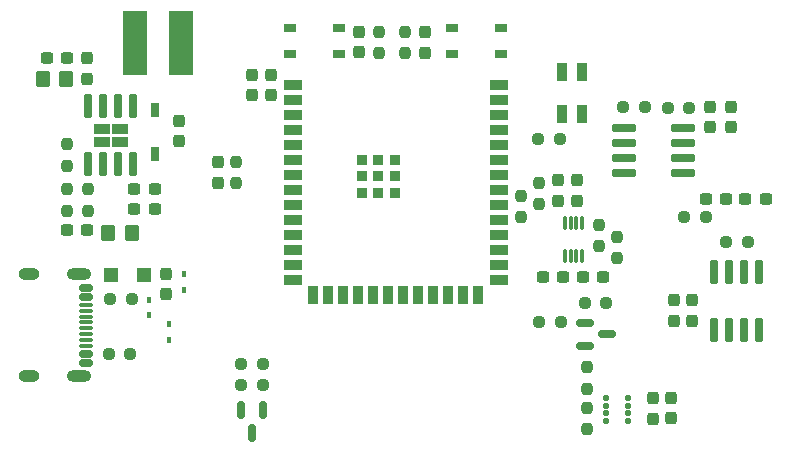
<source format=gtp>
G04 #@! TF.GenerationSoftware,KiCad,Pcbnew,8.0.5*
G04 #@! TF.CreationDate,2024-10-21T14:42:36+02:00*
G04 #@! TF.ProjectId,Master,4d617374-6572-42e6-9b69-6361645f7063,rev?*
G04 #@! TF.SameCoordinates,Original*
G04 #@! TF.FileFunction,Paste,Top*
G04 #@! TF.FilePolarity,Positive*
%FSLAX46Y46*%
G04 Gerber Fmt 4.6, Leading zero omitted, Abs format (unit mm)*
G04 Created by KiCad (PCBNEW 8.0.5) date 2024-10-21 14:42:36*
%MOMM*%
%LPD*%
G01*
G04 APERTURE LIST*
G04 Aperture macros list*
%AMRoundRect*
0 Rectangle with rounded corners*
0 $1 Rounding radius*
0 $2 $3 $4 $5 $6 $7 $8 $9 X,Y pos of 4 corners*
0 Add a 4 corners polygon primitive as box body*
4,1,4,$2,$3,$4,$5,$6,$7,$8,$9,$2,$3,0*
0 Add four circle primitives for the rounded corners*
1,1,$1+$1,$2,$3*
1,1,$1+$1,$4,$5*
1,1,$1+$1,$6,$7*
1,1,$1+$1,$8,$9*
0 Add four rect primitives between the rounded corners*
20,1,$1+$1,$2,$3,$4,$5,0*
20,1,$1+$1,$4,$5,$6,$7,0*
20,1,$1+$1,$6,$7,$8,$9,0*
20,1,$1+$1,$8,$9,$2,$3,0*%
G04 Aperture macros list end*
%ADD10C,0.010000*%
%ADD11RoundRect,0.237500X0.237500X-0.250000X0.237500X0.250000X-0.237500X0.250000X-0.237500X-0.250000X0*%
%ADD12RoundRect,0.150000X-0.425000X0.150000X-0.425000X-0.150000X0.425000X-0.150000X0.425000X0.150000X0*%
%ADD13RoundRect,0.075000X-0.500000X0.075000X-0.500000X-0.075000X0.500000X-0.075000X0.500000X0.075000X0*%
%ADD14O,2.100000X1.000000*%
%ADD15O,1.800000X1.000000*%
%ADD16R,1.200000X1.200000*%
%ADD17RoundRect,0.237500X-0.237500X0.300000X-0.237500X-0.300000X0.237500X-0.300000X0.237500X0.300000X0*%
%ADD18RoundRect,0.237500X-0.237500X0.250000X-0.237500X-0.250000X0.237500X-0.250000X0.237500X0.250000X0*%
%ADD19RoundRect,0.237500X0.237500X-0.300000X0.237500X0.300000X-0.237500X0.300000X-0.237500X-0.300000X0*%
%ADD20RoundRect,0.150000X-0.150000X0.587500X-0.150000X-0.587500X0.150000X-0.587500X0.150000X0.587500X0*%
%ADD21RoundRect,0.237500X-0.250000X-0.237500X0.250000X-0.237500X0.250000X0.237500X-0.250000X0.237500X0*%
%ADD22RoundRect,0.237500X-0.237500X0.287500X-0.237500X-0.287500X0.237500X-0.287500X0.237500X0.287500X0*%
%ADD23RoundRect,0.237500X0.300000X0.237500X-0.300000X0.237500X-0.300000X-0.237500X0.300000X-0.237500X0*%
%ADD24RoundRect,0.237500X-0.300000X-0.237500X0.300000X-0.237500X0.300000X0.237500X-0.300000X0.237500X0*%
%ADD25RoundRect,0.237500X0.250000X0.237500X-0.250000X0.237500X-0.250000X-0.237500X0.250000X-0.237500X0*%
%ADD26RoundRect,0.250000X-0.350000X-0.450000X0.350000X-0.450000X0.350000X0.450000X-0.350000X0.450000X0*%
%ADD27R,0.700000X1.200000*%
%ADD28R,0.400000X0.480000*%
%ADD29RoundRect,0.075000X0.225000X-0.910000X0.225000X0.910000X-0.225000X0.910000X-0.225000X-0.910000X0*%
%ADD30RoundRect,0.033750X-0.101250X0.526250X-0.101250X-0.526250X0.101250X-0.526250X0.101250X0.526250X0*%
%ADD31RoundRect,0.150000X-0.587500X-0.150000X0.587500X-0.150000X0.587500X0.150000X-0.587500X0.150000X0*%
%ADD32R,0.850000X1.600000*%
%ADD33RoundRect,0.075000X-0.910000X-0.225000X0.910000X-0.225000X0.910000X0.225000X-0.910000X0.225000X0*%
%ADD34R,1.500000X0.900000*%
%ADD35R,0.900000X1.500000*%
%ADD36R,0.900000X0.900000*%
%ADD37R,1.050000X0.650000*%
%ADD38RoundRect,0.075000X-0.225000X0.910000X-0.225000X-0.910000X0.225000X-0.910000X0.225000X0.910000X0*%
%ADD39R,2.150000X5.500000*%
%ADD40RoundRect,0.056250X0.188750X0.168750X-0.188750X0.168750X-0.188750X-0.168750X0.188750X-0.168750X0*%
%ADD41RoundRect,0.250000X0.350000X0.450000X-0.350000X0.450000X-0.350000X-0.450000X0.350000X-0.450000X0*%
G04 APERTURE END LIST*
D10*
X44383000Y-40430000D02*
X43143000Y-40430000D01*
X43143000Y-39630000D01*
X44383000Y-39630000D01*
X44383000Y-40430000D01*
G36*
X44383000Y-40430000D02*
G01*
X43143000Y-40430000D01*
X43143000Y-39630000D01*
X44383000Y-39630000D01*
X44383000Y-40430000D01*
G37*
X44383000Y-41500000D02*
X43143000Y-41500000D01*
X43143000Y-40700000D01*
X44383000Y-40700000D01*
X44383000Y-41500000D01*
G36*
X44383000Y-41500000D02*
G01*
X43143000Y-41500000D01*
X43143000Y-40700000D01*
X44383000Y-40700000D01*
X44383000Y-41500000D01*
G37*
X45893000Y-40430000D02*
X44653000Y-40430000D01*
X44653000Y-39630000D01*
X45893000Y-39630000D01*
X45893000Y-40430000D01*
G36*
X45893000Y-40430000D02*
G01*
X44653000Y-40430000D01*
X44653000Y-39630000D01*
X45893000Y-39630000D01*
X45893000Y-40430000D01*
G37*
X45893000Y-41500000D02*
X44653000Y-41500000D01*
X44653000Y-40700000D01*
X45893000Y-40700000D01*
X45893000Y-41500000D01*
G36*
X45893000Y-41500000D02*
G01*
X44653000Y-41500000D01*
X44653000Y-40700000D01*
X45893000Y-40700000D01*
X45893000Y-41500000D01*
G37*
D11*
X55150000Y-44662500D03*
X55150000Y-42837500D03*
D12*
X42423796Y-53494000D03*
X42423796Y-54294000D03*
D13*
X42423796Y-55444000D03*
X42423796Y-56444000D03*
X42423796Y-56944000D03*
X42423796Y-57944000D03*
D12*
X42423796Y-59094000D03*
X42423796Y-59894000D03*
X42423796Y-59894000D03*
X42423796Y-59094000D03*
D13*
X42423796Y-58444000D03*
X42423796Y-57444000D03*
X42423796Y-55944000D03*
X42423796Y-54944000D03*
D12*
X42423796Y-54294000D03*
X42423796Y-53494000D03*
D14*
X41848796Y-52374000D03*
D15*
X37668796Y-52374000D03*
D14*
X41848796Y-61014000D03*
D15*
X37668796Y-61014000D03*
D16*
X47393796Y-52444000D03*
X44593796Y-52444000D03*
D17*
X49241796Y-52337500D03*
X49241796Y-54062500D03*
X92242000Y-54561500D03*
X92242000Y-56286500D03*
D11*
X40835000Y-43190500D03*
X40835000Y-41365500D03*
D18*
X84893000Y-60250000D03*
X84893000Y-62075000D03*
D19*
X97104000Y-39918500D03*
X97104000Y-38193500D03*
X58095000Y-37202500D03*
X58095000Y-35477500D03*
D20*
X57481500Y-63884500D03*
X55581500Y-63884500D03*
X56531500Y-65759500D03*
D21*
X93087500Y-47550000D03*
X94912500Y-47550000D03*
D22*
X53600000Y-42875000D03*
X53600000Y-44625000D03*
D23*
X96637500Y-45975000D03*
X94912500Y-45975000D03*
D11*
X87416000Y-51002500D03*
X87416000Y-49177500D03*
D19*
X56480000Y-37202500D03*
X56480000Y-35477500D03*
D18*
X67293000Y-31810500D03*
X67293000Y-33635500D03*
D24*
X81119000Y-52630000D03*
X82844000Y-52630000D03*
X84521500Y-52630000D03*
X86246500Y-52630000D03*
D21*
X84662500Y-54800000D03*
X86487500Y-54800000D03*
D11*
X85892000Y-49986500D03*
X85892000Y-48161500D03*
D17*
X50360000Y-39348000D03*
X50360000Y-41073000D03*
D25*
X89762500Y-38225000D03*
X87937500Y-38225000D03*
D26*
X44344732Y-48846943D03*
X46344732Y-48846943D03*
D27*
X48328000Y-42161000D03*
X48328000Y-38461000D03*
D17*
X83990000Y-44417500D03*
X83990000Y-46142500D03*
D19*
X90458000Y-64574000D03*
X90458000Y-62849000D03*
D28*
X49491796Y-57885000D03*
X49491796Y-56565000D03*
X50716796Y-53660000D03*
X50716796Y-52340000D03*
D29*
X95595000Y-57070000D03*
X96865000Y-57070000D03*
X98135000Y-57070000D03*
X99405000Y-57070000D03*
X99405000Y-52130000D03*
X98135000Y-52130000D03*
X96865000Y-52130000D03*
X95595000Y-52130000D03*
D21*
X80762500Y-40900000D03*
X82587500Y-40900000D03*
D19*
X71181000Y-33585500D03*
X71181000Y-31860500D03*
D17*
X82442797Y-44401500D03*
X82442797Y-46126500D03*
D11*
X84893000Y-65480500D03*
X84893000Y-63655500D03*
D18*
X42613000Y-45175500D03*
X42613000Y-47000500D03*
D21*
X55619000Y-59996000D03*
X57444000Y-59996000D03*
D30*
X84483000Y-48038500D03*
X83983000Y-48038500D03*
X83483000Y-48038500D03*
X82983000Y-48038500D03*
X82983000Y-50848500D03*
X83483000Y-50848500D03*
X83983000Y-50848500D03*
X84483000Y-50848500D03*
D31*
X84700000Y-56500000D03*
X84700000Y-58400000D03*
X86575000Y-57450000D03*
D25*
X57444000Y-61774000D03*
X55619000Y-61774000D03*
D19*
X95326000Y-39918500D03*
X95326000Y-38193500D03*
D21*
X44379296Y-59075000D03*
X46204296Y-59075000D03*
D18*
X40835000Y-45175500D03*
X40835000Y-47000500D03*
X80812000Y-44605500D03*
X80812000Y-46430500D03*
D19*
X42500035Y-35801455D03*
X42500035Y-34076455D03*
X65593000Y-33573000D03*
X65593000Y-31848000D03*
D17*
X93766000Y-54561500D03*
X93766000Y-56286500D03*
D24*
X98287500Y-45950000D03*
X100012500Y-45950000D03*
D21*
X91712500Y-38250000D03*
X93537500Y-38250000D03*
D32*
X84481000Y-35273000D03*
X82731000Y-35273000D03*
X82731000Y-38773000D03*
X84481000Y-38773000D03*
D24*
X39112500Y-34047000D03*
X40837500Y-34047000D03*
X40825271Y-48613035D03*
X42550271Y-48613035D03*
D33*
X88030000Y-39945000D03*
X88030000Y-41215000D03*
X88030000Y-42485000D03*
X88030000Y-43755000D03*
X92970000Y-43755000D03*
X92970000Y-42485000D03*
X92970000Y-41215000D03*
X92970000Y-39945000D03*
D18*
X69459000Y-31810500D03*
X69459000Y-33635500D03*
D21*
X44483796Y-54434000D03*
X46308796Y-54434000D03*
D34*
X59945000Y-36340000D03*
X59945000Y-37610000D03*
X59945000Y-38880000D03*
X59945000Y-40150000D03*
X59945000Y-41420000D03*
X59945000Y-42690000D03*
X59945000Y-43960000D03*
X59945000Y-45230000D03*
X59945000Y-46500000D03*
X59945000Y-47770000D03*
X59945000Y-49040000D03*
X59945000Y-50310000D03*
X59945000Y-51580000D03*
X59945000Y-52850000D03*
D35*
X61710000Y-54100000D03*
X62980000Y-54100000D03*
X64250000Y-54100000D03*
X65520000Y-54100000D03*
X66790000Y-54100000D03*
X68060000Y-54100000D03*
X69330000Y-54100000D03*
X70600000Y-54100000D03*
X71870000Y-54100000D03*
X73140000Y-54100000D03*
X74410000Y-54100000D03*
X75680000Y-54100000D03*
D34*
X77445000Y-52850000D03*
X77445000Y-51580000D03*
X77445000Y-50310000D03*
X77445000Y-49040000D03*
X77445000Y-47770000D03*
X77445000Y-46500000D03*
X77445000Y-45230000D03*
X77445000Y-43960000D03*
X77445000Y-42690000D03*
X77445000Y-41420000D03*
X77445000Y-40150000D03*
X77445000Y-38880000D03*
X77445000Y-37610000D03*
X77445000Y-36340000D03*
D36*
X65795000Y-42660000D03*
X67195000Y-42660000D03*
X68595000Y-42660000D03*
X65795000Y-44060000D03*
X67195000Y-44060000D03*
X68595000Y-44060000D03*
X65795000Y-45460000D03*
X67195000Y-45460000D03*
X68595000Y-45460000D03*
D28*
X47766796Y-54502500D03*
X47766796Y-55822500D03*
D37*
X73446000Y-31548000D03*
X77596000Y-31548000D03*
X73446000Y-33698000D03*
X77596000Y-33698000D03*
D18*
X79288000Y-45725000D03*
X79288000Y-47550000D03*
D21*
X80836500Y-56434000D03*
X82661500Y-56434000D03*
D37*
X59696000Y-31548000D03*
X63846000Y-31548000D03*
X59696000Y-33698000D03*
X63846000Y-33698000D03*
D38*
X46423000Y-38090000D03*
X45153000Y-38090000D03*
X43883000Y-38090000D03*
X42613000Y-38090000D03*
X42613000Y-43040000D03*
X43883000Y-43040000D03*
X45153000Y-43040000D03*
X46423000Y-43040000D03*
D21*
X96662500Y-49650000D03*
X98487500Y-49650000D03*
D39*
X46625000Y-32775000D03*
X50475000Y-32775000D03*
D24*
X46550000Y-45159000D03*
X48275000Y-45159000D03*
X46550000Y-46850000D03*
X48275000Y-46850000D03*
D40*
X86440000Y-64778500D03*
X86440000Y-64128500D03*
X86440000Y-63478500D03*
X86440000Y-62828500D03*
X88380000Y-62828500D03*
X88380000Y-63478500D03*
X88380000Y-64128500D03*
X88380000Y-64778500D03*
D19*
X92005000Y-64568000D03*
X92005000Y-62843000D03*
D41*
X40784231Y-35824832D03*
X38784231Y-35824832D03*
M02*

</source>
